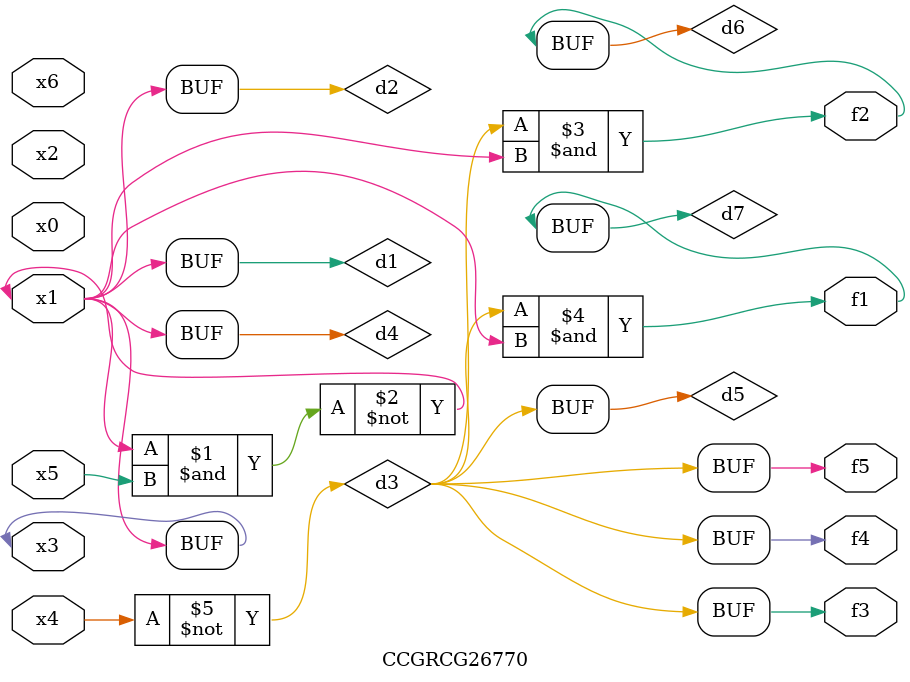
<source format=v>
module CCGRCG26770(
	input x0, x1, x2, x3, x4, x5, x6,
	output f1, f2, f3, f4, f5
);

	wire d1, d2, d3, d4, d5, d6, d7;

	buf (d1, x1, x3);
	nand (d2, x1, x5);
	not (d3, x4);
	buf (d4, d1, d2);
	buf (d5, d3);
	and (d6, d3, d4);
	and (d7, d3, d4);
	assign f1 = d7;
	assign f2 = d6;
	assign f3 = d5;
	assign f4 = d5;
	assign f5 = d5;
endmodule

</source>
